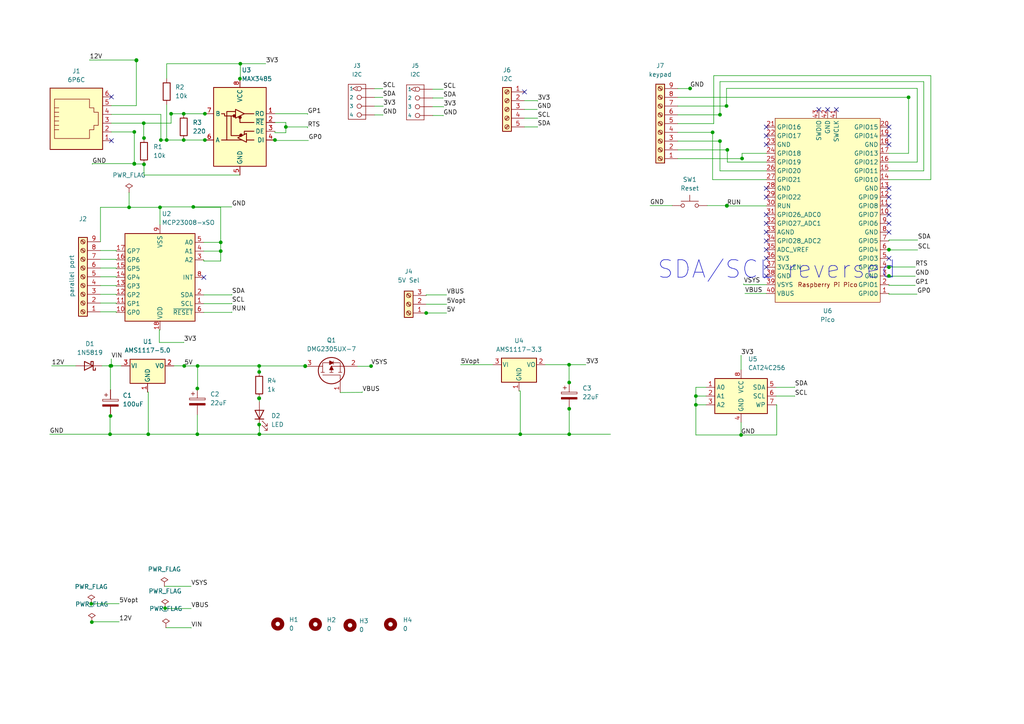
<source format=kicad_sch>
(kicad_sch (version 20211123) (generator eeschema)
  (paper "A4")
  (title_block (title "Lenz  Xpressnet Throttle") (date "2024-04-09") (rev "2.0"))
  (lib_symbols
    (symbol "Connector:6P6C" (pin_names (offset 1.016))
      (property "Reference" "J" (at -5.08 11.43 0))
      (property "Value" "6P6C" (at 2.54 11.43 0))
      (symbol "6P6C_1_1"
        (pin passive line (at 10.16 -5.08 180) (length 2.54) (name "~") (number "1"))
        (pin passive line (at 10.16 -2.54 180) (length 2.54) (name "~") (number "2"))
        (pin passive line (at 10.16 0 180) (length 2.54) (name "~") (number "3"))
        (pin passive line (at 10.16 2.54 180) (length 2.54) (name "~") (number "4"))
        (pin passive line (at 10.16 5.08 180) (length 2.54) (name "~") (number "5"))
        (pin passive line (at 10.16 7.62 180) (length 2.54) (name "~") (number "6"))
      )
    )
    (symbol "Connector:Screw_Terminal_01x03" (pin_names (offset 1.016) hide)
      (property "Reference" "J" (at 0 5.08 0))
      (property "Value" "Screw_Terminal_01x03" (at 0 -5.08 0))
      (symbol "Screw_Terminal_01x03_1_1"
        (pin passive line (at -5.08 2.54 0) (length 3.81) (name "Pin_1") (number "1"))
        (pin passive line (at -5.08 0 0) (length 3.81) (name "Pin_2") (number "2"))
        (pin passive line (at -5.08 -2.54 0) (length 3.81) (name "Pin_3") (number "3"))
      )
    )
    (symbol "Connector:Screw_Terminal_01x05" (pin_names (offset 1.016) hide)
      (property "Reference" "J" (at 0 7.62 0))
      (property "Value" "Screw_Terminal_01x05" (at 0 -7.62 0))
      (symbol "Screw_Terminal_01x05_1_1"
        (pin passive line (at -5.08 5.08 0) (length 3.81) (name "Pin_1") (number "1"))
        (pin passive line (at -5.08 2.54 0) (length 3.81) (name "Pin_2") (number "2"))
        (pin passive line (at -5.08 0 0) (length 3.81) (name "Pin_3") (number "3"))
        (pin passive line (at -5.08 -2.54 0) (length 3.81) (name "Pin_4") (number "4"))
        (pin passive line (at -5.08 -5.08 0) (length 3.81) (name "Pin_5") (number "5"))
      )
    )
    (symbol "Connector:Screw_Terminal_01x09" (pin_names (offset 1.016) hide)
      (property "Reference" "J" (at 0 12.7 0))
      (property "Value" "Screw_Terminal_01x09" (at 0 -12.7 0))
      (symbol "Screw_Terminal_01x09_1_1"
        (pin passive line (at -5.08 10.16 0) (length 3.81) (name "Pin_1") (number "1"))
        (pin passive line (at -5.08 7.62 0) (length 3.81) (name "Pin_2") (number "2"))
        (pin passive line (at -5.08 5.08 0) (length 3.81) (name "Pin_3") (number "3"))
        (pin passive line (at -5.08 2.54 0) (length 3.81) (name "Pin_4") (number "4"))
        (pin passive line (at -5.08 0 0) (length 3.81) (name "Pin_5") (number "5"))
        (pin passive line (at -5.08 -2.54 0) (length 3.81) (name "Pin_6") (number "6"))
        (pin passive line (at -5.08 -5.08 0) (length 3.81) (name "Pin_7") (number "7"))
        (pin passive line (at -5.08 -7.62 0) (length 3.81) (name "Pin_8") (number "8"))
        (pin passive line (at -5.08 -10.16 0) (length 3.81) (name "Pin_9") (number "9"))
      )
    )
    (symbol "DMG2305UX-7:DMG2305UX-7" (pin_names (offset 0.762))
      (property "Reference" "Q" (at 11.43 3.81 0))
      (property "Value" "DMG2305UX-7" (at 11.43 1.27 0))
      (symbol "DMG2305UX-7_0_0"
        (pin passive line (at 0 0 0) (length 2.54) (name "~") (number "1"))
        (pin passive line (at 7.62 -5.08 90) (length 2.54) (name "~") (number "2"))
        (pin passive line (at 7.62 10.16 270) (length 2.54) (name "~") (number "3"))
      )
    )
    (symbol "Device:C_Polarized" (pin_numbers hide) (pin_names (offset 0.254))
      (property "Reference" "C" (at 0.635 2.54 0))
      (property "Value" "C_Polarized" (at 0.635 -2.54 0))
      (symbol "C_Polarized_1_1"
        (pin passive line (at 0 3.81 270) (length 2.794) (name "~") (number "1"))
        (pin passive line (at 0 -3.81 90) (length 2.794) (name "~") (number "2"))
      )
    )
    (symbol "Device:LED" (pin_numbers hide) (pin_names (offset 1.016) hide)
      (property "Reference" "D" (at 0 2.54 0))
      (property "Value" "LED" (at 0 -2.54 0))
      (symbol "LED_1_1"
        (pin passive line (at -3.81 0 0) (length 2.54) (name "K") (number "1"))
        (pin passive line (at 3.81 0 180) (length 2.54) (name "A") (number "2"))
      )
    )
    (symbol "Device:R" (pin_numbers hide) (pin_names (offset 0))
      (property "Reference" "R" (at 2.032 0 90))
      (property "Value" "R" (at 0 0 90))
      (symbol "R_1_1"
        (pin passive line (at 0 3.81 270) (length 1.27) (name "~") (number "1"))
        (pin passive line (at 0 -3.81 90) (length 1.27) (name "~") (number "2"))
      )
    )
    (symbol "Diode:1N5819" (pin_numbers hide) (pin_names (offset 1.016) hide)
      (property "Reference" "D" (at 0 2.54 0))
      (property "Value" "1N5819" (at 0 -2.54 0))
      (symbol "1N5819_1_1"
        (pin passive line (at -3.81 0 0) (length 2.54) (name "K") (number "1"))
        (pin passive line (at 3.81 0 180) (length 2.54) (name "A") (number "2"))
      )
    )
    (symbol "Interface_Expansion:MCP23008-xSO"
      (property "Reference" "U" (at -8.89 13.97 0))
      (property "Value" "MCP23008-xSO" (at 8.89 13.97 0))
      (symbol "MCP23008-xSO_1_1"
        (pin input line (at -12.7 7.62 0) (length 2.54) (name "SCL") (number "1"))
        (pin bidirectional line (at 12.7 10.16 180) (length 2.54) (name "GP0") (number "10"))
        (pin bidirectional line (at 12.7 7.62 180) (length 2.54) (name "GP1") (number "11"))
        (pin bidirectional line (at 12.7 5.08 180) (length 2.54) (name "GP2") (number "12"))
        (pin bidirectional line (at 12.7 2.54 180) (length 2.54) (name "GP3") (number "13"))
        (pin bidirectional line (at 12.7 0 180) (length 2.54) (name "GP4") (number "14"))
        (pin bidirectional line (at 12.7 -2.54 180) (length 2.54) (name "GP5") (number "15"))
        (pin bidirectional line (at 12.7 -5.08 180) (length 2.54) (name "GP6") (number "16"))
        (pin bidirectional line (at 12.7 -7.62 180) (length 2.54) (name "GP7") (number "17"))
        (pin power_in line (at 0 15.24 270) (length 2.54) (name "VDD") (number "18"))
        (pin bidirectional line (at -12.7 5.08 0) (length 2.54) (name "SDA") (number "2"))
        (pin input line (at -12.7 -5.08 0) (length 2.54) (name "A2") (number "3"))
        (pin input line (at -12.7 -7.62 0) (length 2.54) (name "A1") (number "4"))
        (pin input line (at -12.7 -10.16 0) (length 2.54) (name "A0") (number "5"))
        (pin input line (at -12.7 10.16 0) (length 2.54) (name "~{RESET}") (number "6"))
        (pin no_connect line (at -10.16 -2.54 0) (length 2.54) hide (name "NC") (number "7"))
        (pin output line (at -12.7 0 0) (length 2.54) (name "INT") (number "8"))
        (pin power_in line (at 0 -15.24 90) (length 2.54) (name "VSS") (number "9"))
      )
    )
    (symbol "Interface_UART:MAX3485"
      (property "Reference" "U" (at -6.096 11.43 0))
      (property "Value" "MAX3485" (at 0.762 11.43 0))
      (symbol "MAX3485_1_1"
        (pin output line (at -10.16 2.54 0) (length 2.54) (name "RO") (number "1"))
        (pin input line (at -10.16 0 0) (length 2.54) (name "~{RE}") (number "2"))
        (pin input line (at -10.16 -2.54 0) (length 2.54) (name "DE") (number "3"))
        (pin input line (at -10.16 -5.08 0) (length 2.54) (name "DI") (number "4"))
        (pin power_in line (at 0 -15.24 90) (length 2.54) (name "GND") (number "5"))
        (pin bidirectional line (at 10.16 -5.08 180) (length 2.54) (name "A") (number "6"))
        (pin bidirectional line (at 10.16 2.54 180) (length 2.54) (name "B") (number "7"))
        (pin power_in line (at 0 12.7 270) (length 2.54) (name "VCC") (number "8"))
      )
    )
    (symbol "MCU_RaspberryPi_and_Boards:Pico"
      (property "Reference" "U" (at -13.97 27.94 0))
      (property "Value" "Pico" (at 0 19.05 0))
      (symbol "Pico_0_0"
        (text "Raspberry Pi Pico" (at 0 21.59 0) (effects (font (size 1.27 1.27))))
      )
      (symbol "Pico_1_1"
        (pin bidirectional line (at -17.78 24.13 0) (length 2.54) (name "GPIO0") (number "1"))
        (pin bidirectional line (at -17.78 1.27 0) (length 2.54) (name "GPIO7") (number "10"))
        (pin bidirectional line (at -17.78 -1.27 0) (length 2.54) (name "GPIO8") (number "11"))
        (pin bidirectional line (at -17.78 -3.81 0) (length 2.54) (name "GPIO9") (number "12"))
        (pin power_in line (at -17.78 -6.35 0) (length 2.54) (name "GND") (number "13"))
        (pin bidirectional line (at -17.78 -8.89 0) (length 2.54) (name "GPIO10") (number "14"))
        (pin bidirectional line (at -17.78 -11.43 0) (length 2.54) (name "GPIO11") (number "15"))
        (pin bidirectional line (at -17.78 -13.97 0) (length 2.54) (name "GPIO12") (number "16"))
        (pin bidirectional line (at -17.78 -16.51 0) (length 2.54) (name "GPIO13") (number "17"))
        (pin power_in line (at -17.78 -19.05 0) (length 2.54) (name "GND") (number "18"))
        (pin bidirectional line (at -17.78 -21.59 0) (length 2.54) (name "GPIO14") (number "19"))
        (pin bidirectional line (at -17.78 21.59 0) (length 2.54) (name "GPIO1") (number "2"))
        (pin bidirectional line (at -17.78 -24.13 0) (length 2.54) (name "GPIO15") (number "20"))
        (pin bidirectional line (at 17.78 -24.13 180) (length 2.54) (name "GPIO16") (number "21"))
        (pin bidirectional line (at 17.78 -21.59 180) (length 2.54) (name "GPIO17") (number "22"))
        (pin power_in line (at 17.78 -19.05 180) (length 2.54) (name "GND") (number "23"))
        (pin bidirectional line (at 17.78 -16.51 180) (length 2.54) (name "GPIO18") (number "24"))
        (pin bidirectional line (at 17.78 -13.97 180) (length 2.54) (name "GPIO19") (number "25"))
        (pin bidirectional line (at 17.78 -11.43 180) (length 2.54) (name "GPIO20") (number "26"))
        (pin bidirectional line (at 17.78 -8.89 180) (length 2.54) (name "GPIO21") (number "27"))
        (pin power_in line (at 17.78 -6.35 180) (length 2.54) (name "GND") (number "28"))
        (pin bidirectional line (at 17.78 -3.81 180) (length 2.54) (name "GPIO22") (number "29"))
        (pin power_in line (at -17.78 19.05 0) (length 2.54) (name "GND") (number "3"))
        (pin input line (at 17.78 -1.27 180) (length 2.54) (name "RUN") (number "30"))
        (pin bidirectional line (at 17.78 1.27 180) (length 2.54) (name "GPIO26_ADC0") (number "31"))
        (pin bidirectional line (at 17.78 3.81 180) (length 2.54) (name "GPIO27_ADC1") (number "32"))
        (pin power_in line (at 17.78 6.35 180) (length 2.54) (name "AGND") (number "33"))
        (pin bidirectional line (at 17.78 8.89 180) (length 2.54) (name "GPIO28_ADC2") (number "34"))
        (pin power_in line (at 17.78 11.43 180) (length 2.54) (name "ADC_VREF") (number "35"))
        (pin power_in line (at 17.78 13.97 180) (length 2.54) (name "3V3") (number "36"))
        (pin input line (at 17.78 16.51 180) (length 2.54) (name "3V3_EN") (number "37"))
        (pin bidirectional line (at 17.78 19.05 180) (length 2.54) (name "GND") (number "38"))
        (pin power_in line (at 17.78 21.59 180) (length 2.54) (name "VSYS") (number "39"))
        (pin bidirectional line (at -17.78 16.51 0) (length 2.54) (name "GPIO2") (number "4"))
        (pin power_in line (at 17.78 24.13 180) (length 2.54) (name "VBUS") (number "40"))
        (pin input line (at -2.54 -29.21 90) (length 2.54) (name "SWCLK") (number "41"))
        (pin power_in line (at 0 -29.21 90) (length 2.54) (name "GND") (number "42"))
        (pin bidirectional line (at 2.54 -29.21 90) (length 2.54) (name "SWDIO") (number "43"))
        (pin bidirectional line (at -17.78 13.97 0) (length 2.54) (name "GPIO3") (number "5"))
        (pin bidirectional line (at -17.78 11.43 0) (length 2.54) (name "GPIO4") (number "6"))
        (pin bidirectional line (at -17.78 8.89 0) (length 2.54) (name "GPIO5") (number "7"))
        (pin power_in line (at -17.78 6.35 0) (length 2.54) (name "GND") (number "8"))
        (pin bidirectional line (at -17.78 3.81 0) (length 2.54) (name "GPIO6") (number "9"))
      )
    )
    (symbol "Mechanical:MountingHole" (pin_names (offset 1.016))
      (property "Reference" "H" (at 0 5.08 0))
      (property "Value" "MountingHole" (at 0 3.175 0))
    )
    (symbol "Memory_EEPROM:CAT24C256"
      (property "Reference" "U" (at -6.35 6.35 0))
      (property "Value" "CAT24C256" (at 1.27 6.35 0))
      (symbol "CAT24C256_1_1"
        (pin input line (at -10.16 2.54 0) (length 2.54) (name "A0") (number "1"))
        (pin input line (at -10.16 0 0) (length 2.54) (name "A1") (number "2"))
        (pin input line (at -10.16 -2.54 0) (length 2.54) (name "A2") (number "3"))
        (pin power_in line (at 0 -7.62 90) (length 2.54) (name "GND") (number "4"))
        (pin bidirectional line (at 10.16 2.54 180) (length 2.54) (name "SDA") (number "5"))
        (pin input line (at 10.16 0 180) (length 2.54) (name "SCL") (number "6"))
        (pin input line (at 10.16 -2.54 180) (length 2.54) (name "WP") (number "7"))
        (pin power_in line (at 0 7.62 270) (length 2.54) (name "VCC") (number "8"))
      )
    )
    (symbol "OPL_Connector:GROVE-CONNECTOR-DIP_4P-2.0_" (pin_numbers hide) (pin_names (offset 1.016))
      (property "Reference" "J" (at -6.35 6.35 0))
      (property "Value" "GROVE-CONNECTOR-DIP_4P-2.0_" (at 0 6.35 0))
      (symbol "GROVE-CONNECTOR-DIP_4P-2.0__1_1"
        (pin bidirectional inverted_clock (at -3.81 3.81 0) (length 5.08) (name "1") (number "1"))
        (pin bidirectional inverted (at -3.81 1.27 0) (length 5.08) (name "2") (number "2"))
        (pin bidirectional inverted (at -3.81 -1.27 0) (length 5.08) (name "3") (number "3"))
        (pin bidirectional inverted (at -3.81 -3.81 0) (length 5.08) (name "4") (number "4"))
      )
    )
    (symbol "Regulator_Linear:AMS1117-3.3" (pin_names (offset 0.254))
      (property "Reference" "U" (at -3.81 3.175 0))
      (property "Value" "AMS1117-3.3" (at 0 3.175 0))
      (symbol "AMS1117-3.3_1_1"
        (pin power_in line (at 0 -7.62 90) (length 2.54) (name "GND") (number "1"))
        (pin power_out line (at 7.62 0 180) (length 2.54) (name "VO") (number "2"))
        (pin power_in line (at -7.62 0 0) (length 2.54) (name "VI") (number "3"))
      )
    )
    (symbol "Regulator_Linear:AMS1117-5.0" (pin_names (offset 0.254))
      (property "Reference" "U" (at -3.81 3.175 0))
      (property "Value" "AMS1117-5.0" (at 0 3.175 0))
      (symbol "AMS1117-5.0_1_1"
        (pin power_in line (at 0 -7.62 90) (length 2.54) (name "GND") (number "1"))
        (pin power_out line (at 7.62 0 180) (length 2.54) (name "VO") (number "2"))
        (pin power_in line (at -7.62 0 0) (length 2.54) (name "VI") (number "3"))
      )
    )
    (symbol "Switch:SW_Push" (pin_numbers hide) (pin_names (offset 1.016) hide)
      (property "Reference" "SW" (at 1.27 2.54 0))
      (property "Value" "SW_Push" (at 0 -1.524 0))
      (symbol "SW_Push_0_1"
        (pin passive line (at -5.08 0 0) (length 2.54) (name "1") (number "1"))
        (pin passive line (at 5.08 0 180) (length 2.54) (name "2") (number "2"))
      )
    )
    (symbol "power:PWR_FLAG" (power) (pin_numbers hide) (pin_names (offset 0) hide)
      (property "Value" "PWR_FLAG" (at 0 3.81 0))
      (symbol "PWR_FLAG_0_0"
        (pin power_out line (at 0 0 90) (length 0) (name "pwr") (number "1"))
      )
    )
  )
  (junction (at 210.7189 30.7381))
  (junction (at 123.6135 90.782))
  (junction (at 82.9106 36.8207))
  (junction (at 165.0561 105.7795))
  (junction (at 88.5138 106.2292))
  (junction (at 38.9521 47.5552))
  (junction (at 165.0932 110.9428))
  (junction (at 69.706 18.481))
  (junction (at 75.2236 125.948))
  (junction (at 263.5181 28.2271))
  (junction (at 79.7461 40.6075))
  (junction (at 257.8281 77.4973))
  (junction (at 107.6224 106.1824))
  (junction (at 48.3481 40.617))
  (junction (at 53.4353 106.139))
  (junction (at 32.0449 120.6533))
  (junction (at 150.9022 125.948))
  (junction (at 208.8197 40.9271))
  (junction (at 53.2877 40.617))
  (junction (at 32.0213 106.1064))
  (junction (at 57.2363 125.948))
  (junction (at 257.8281 80.0373))
  (junction (at 46.4082 60.1369))
  (junction (at 39.5667 17.4146))
  (junction (at 47.8864 176.4032))
  (junction (at 200.1591 25.6581))
  (junction (at 210.8216 59.6272))
  (junction (at 210.9555 43.4671))
  (junction (at 37.4416 60.1369))
  (junction (at 31.9198 125.948))
  (junction (at 64.0163 72.8339))
  (junction (at 214.9438 126.1546))
  (junction (at 165.0932 118.5628))
  (junction (at 57.3129 106.139))
  (junction (at 75.1754 107.8827))
  (junction (at 69.5861 22.8275))
  (junction (at 206.6838 38.3871))
  (junction (at 59.4261 32.9875))
  (junction (at 46.66 40.617))
  (junction (at 38.9521 38.2651))
  (junction (at 53.2877 32.997))
  (junction (at 56.0588 60.009))
  (junction (at 208.8276 33.2781))
  (junction (at 215.2272 45.9781))
  (junction (at 59.4261 40.617))
  (junction (at 26.473 175.1236))
  (junction (at 201.8307 114.8779))
  (junction (at 165.0949 125.948))
  (junction (at 75.1754 115.5027))
  (junction (at 75.1507 115.5169))
  (junction (at 26.639 180.4353))
  (junction (at 57.2363 112.6785))
  (junction (at 257.8281 72.4173))
  (junction (at 75.1679 106.139))
  (junction (at 88.5138 106.139))
  (junction (at 41.687 35.7251))
  (junction (at 41.762 40.0405))
  (junction (at 32.2766 106.1064))
  (junction (at 41.762 47.6605))
  (junction (at 49.6246 32.997))
  (junction (at 64.0163 70.2939))
  (junction (at 38.9521 47.4486))
  (junction (at 43.0027 125.948))
  (junction (at 201.8307 117.4179))
  (junction (at 75.1542 123.1369))
  (junction (at 75.1542 115.5169))
  (junction (at 210.8216 59.7173))
  (junction (at 39.5667 17.5424))
  (no_connect (at 237.5081 31.7773))
  (no_connect (at 222.2681 72.4173))
  (no_connect (at 222.2681 62.2573))
  (no_connect (at 222.2681 54.6373))
  (no_connect (at 222.2681 80.0373))
  (no_connect (at 32.3128 40.8051))
  (no_connect (at 257.8281 67.3373))
  (no_connect (at 222.2681 77.4973))
  (no_connect (at 222.2681 41.9373))
  (no_connect (at 257.8281 57.1773))
  (no_connect (at 222.2681 39.3973))
  (no_connect (at 222.2681 74.9573))
  (no_connect (at 257.8281 59.7173))
  (no_connect (at 222.2681 67.3373))
  (no_connect (at 257.8281 41.9373))
  (no_connect (at 257.8281 39.3973))
  (no_connect (at 222.2681 69.8773))
  (no_connect (at 59.1082 80.4539))
  (no_connect (at 257.8281 64.7973))
  (no_connect (at 222.2681 64.7973))
  (no_connect (at 32.3128 28.1051))
  (no_connect (at 242.5881 31.7773))
  (no_connect (at 257.8281 62.2573))
  (no_connect (at 257.8281 74.9573))
  (no_connect (at 152.1247 26.657))
  (no_connect (at 240.0481 31.7773))
  (no_connect (at 257.8281 36.8573))
  (no_connect (at 257.8281 54.6373))
  (no_connect (at 222.2681 36.8573))
  (no_connect (at 222.2681 57.1773))
  (wire (pts (xy 206.6838 52.0973) (xy 222.2681 52.0973)))
  (wire (pts (xy 49.6246 32.9582) (xy 49.6246 32.997)))
  (wire (pts (xy 33.7082 85.3646) (xy 33.7082 85.5339)))
  (wire (pts (xy 64.0163 60.1369) (xy 56.0588 60.1369)))
  (wire (pts (xy 105.0754 113.8024) (xy 105.0754 113.6306)))
  (wire (pts (xy 257.8281 77.4426) (xy 257.8281 77.4973)))
  (wire (pts (xy 79.7461 40.7463) (xy 79.7461 40.6075)))
  (wire (pts (xy 39.545 17.5424) (xy 39.5667 17.5424)))
  (wire (pts (xy 110.9975 28.2533) (xy 110.9975 28.2071)))
  (wire (pts (xy 88.5138 106.139) (xy 88.5138 106.2292)))
  (wire (pts (xy 89.4663 40.7463) (xy 79.7461 40.7463)))
  (wire (pts (xy 29.1396 77.7446) (xy 33.7082 77.7446)))
  (wire (pts (xy 208.8197 40.9271) (xy 208.8197 49.5573)))
  (wire (pts (xy 210.7189 30.7381) (xy 210.7189 25.6418)))
  (wire (pts (xy 59.4261 40.6075) (xy 59.4261 40.617)))
  (wire (pts (xy 225.2873 117.4179) (xy 225.1038 117.4179)))
  (wire (pts (xy 29.1396 60.1369) (xy 37.4416 60.1369)))
  (wire (pts (xy 75.1679 107.8827) (xy 75.1754 107.8827)))
  (wire (pts (xy 165.0949 125.948) (xy 177.074 125.948)))
  (wire (pts (xy 55.4536 182.0554) (xy 55.4536 182.1481)))
  (wire (pts (xy 208.8197 40.8981) (xy 208.8197 40.9271)))
  (wire (pts (xy 41.762 47.5552) (xy 41.762 47.6605)))
  (wire (pts (xy 32.3128 30.6451) (xy 39.545 30.6451)))
  (wire (pts (xy 59.4261 40.617) (xy 59.4261 40.6661)))
  (wire (pts (xy 257.8281 85.3081) (xy 257.8281 85.1173)))
  (wire (pts (xy 230.5085 112.3379) (xy 230.5085 112.2001)))
  (wire (pts (xy 201.8307 112.3379) (xy 201.8307 114.8779)))
  (wire (pts (xy 32.0213 106.1064) (xy 32.2766 106.1064)))
  (wire (pts (xy 25.9824 17.4146) (xy 25.9824 17.371)))
  (wire (pts (xy 152.1247 36.817) (xy 155.9024 36.817)))
  (wire (pts (xy 29.1396 75.2046) (xy 33.7082 75.2046)))
  (wire (pts (xy 32.3128 38.2651) (xy 38.9521 38.2651)))
  (wire (pts (xy 57.3129 106.139) (xy 75.1679 106.139)))
  (wire (pts (xy 43.0027 125.948) (xy 43.0027 113.7264)))
  (wire (pts (xy 48.3481 22.752) (xy 48.3481 18.481)))
  (wire (pts (xy 34.5567 175.0971) (xy 26.473 175.0971)))
  (wire (pts (xy 266.0399 25.6418) (xy 266.0399 47.0173)))
  (wire (pts (xy 265.9926 85.3081) (xy 257.8281 85.3081)))
  (wire (pts (xy 196.5759 38.3871) (xy 206.6838 38.3871)))
  (wire (pts (xy 41.762 47.6605) (xy 41.762 50.7675)))
  (wire (pts (xy 196.5759 40.9271) (xy 208.8197 40.9271)))
  (wire (pts (xy 269.9801 21.938) (xy 269.9801 52.0973)))
  (wire (pts (xy 53.4353 106.139) (xy 57.3129 106.139)))
  (wire (pts (xy 75.2236 125.948) (xy 150.9022 125.948)))
  (wire (pts (xy 57.2363 120.2985) (xy 57.2363 125.948)))
  (wire (pts (xy 165.0561 105.7795) (xy 165.0561 110.9428)))
  (wire (pts (xy 210.7189 25.6418) (xy 266.0399 25.6418)))
  (wire (pts (xy 75.1679 106.139) (xy 75.1679 107.8827)))
  (wire (pts (xy 267.9312 23.6717) (xy 267.9312 49.5573)))
  (wire (pts (xy 215.2272 46.0071) (xy 215.2272 45.9781)))
  (wire (pts (xy 165.0949 118.5628) (xy 165.0932 118.5628)))
  (wire (pts (xy 196.5759 46.0071) (xy 215.2272 46.0071)))
  (wire (pts (xy 67.2462 85.5339) (xy 67.2462 85.3686)))
  (wire (pts (xy 43.0027 125.948) (xy 57.2363 125.948)))
  (wire (pts (xy 208.8276 33.2781) (xy 208.8276 23.6717)))
  (wire (pts (xy 201.8307 117.4179) (xy 204.7838 117.4179)))
  (wire (pts (xy 46.4082 60.1369) (xy 46.4082 65.2139)))
  (wire (pts (xy 41.687 35.7251) (xy 41.687 40.0405)))
  (wire (pts (xy 67.2462 90.6139) (xy 67.2462 90.4798)))
  (wire (pts (xy 64.0163 70.2939) (xy 64.0163 60.1369)))
  (wire (pts (xy 215.2272 44.4773) (xy 222.2681 44.4773)))
  (wire (pts (xy 56.0588 60.009) (xy 67.2462 60.009)))
  (wire (pts (xy 75.1679 106.139) (xy 88.5138 106.139)))
  (wire (pts (xy 196.5759 43.4671) (xy 210.9555 43.4671)))
  (wire (pts (xy 46.66 33.1851) (xy 46.66 40.617)))
  (wire (pts (xy 55.4536 176.5021) (xy 47.8864 176.5021)))
  (wire (pts (xy 29.1396 87.9046) (xy 33.7082 87.9046)))
  (wire (pts (xy 225.1038 112.3379) (xy 230.5085 112.3379)))
  (wire (pts (xy 208.8276 33.3071) (xy 208.8276 33.2781)))
  (wire (pts (xy 29.1396 85.3646) (xy 33.7082 85.3646)))
  (wire (pts (xy 33.7082 90.4446) (xy 33.7082 90.6139)))
  (wire (pts (xy 38.9521 47.5552) (xy 41.762 47.5552)))
  (wire (pts (xy 82.9106 36.8207) (xy 89.2218 36.8207)))
  (wire (pts (xy 110.9975 25.7133) (xy 110.9975 25.6828)))
  (wire (pts (xy 59.1082 88.0739) (xy 67.2462 88.0739)))
  (wire (pts (xy 103.7538 106.2292) (xy 107.6224 106.2292)))
  (wire (pts (xy 150.9022 113.3995) (xy 150.5338 113.3995)))
  (wire (pts (xy 57.3129 106.139) (xy 57.3129 112.6785)))
  (wire (pts (xy 37.4416 60.1369) (xy 46.4082 60.1369)))
  (wire (pts (xy 257.8281 82.7571) (xy 257.8281 82.5773)))
  (wire (pts (xy 14.4151 125.948) (xy 31.9198 125.948)))
  (wire (pts (xy 49.6246 32.997) (xy 49.6246 35.7251)))
  (wire (pts (xy 29.1396 80.2846) (xy 33.7082 80.2846)))
  (wire (pts (xy 216.055 85.1173) (xy 222.2681 85.1173)))
  (wire (pts (xy 123.6135 90.7816) (xy 123.6135 90.782)))
  (wire (pts (xy 33.7082 82.8246) (xy 33.7082 82.9939)))
  (wire (pts (xy 129.5384 90.7816) (xy 123.6135 90.7816)))
  (wire (pts (xy 38.9521 38.2651) (xy 38.9521 47.4486)))
  (wire (pts (xy 267.9312 49.5573) (xy 257.8281 49.5573)))
  (wire (pts (xy 38.9521 47.4486) (xy 26.7688 47.4486)))
  (wire (pts (xy 75.1754 115.5027) (xy 75.1507 115.5169)))
  (wire (pts (xy 201.8307 112.3379) (xy 204.7838 112.3379)))
  (wire (pts (xy 75.1507 115.5169) (xy 75.1542 115.5169)))
  (wire (pts (xy 196.5759 33.3071) (xy 208.8276 33.3071)))
  (wire (pts (xy 111.0548 33.3333) (xy 111.0548 33.3705)))
  (wire (pts (xy 29.1396 70.1246) (xy 29.1396 60.1369)))
  (wire (pts (xy 29.1396 90.4446) (xy 33.7082 90.4446)))
  (wire (pts (xy 128.6478 30.9606) (xy 128.6478 31.0099)))
  (wire (pts (xy 210.8216 59.7173) (xy 222.2681 59.7173)))
  (wire (pts (xy 200.1591 25.6581) (xy 200.1591 25.5517)))
  (wire (pts (xy 26.473 175.0971) (xy 26.473 175.1236)))
  (wire (pts (xy 33.7082 72.6646) (xy 33.7082 72.8339)))
  (wire (pts (xy 215.2272 45.9781) (xy 215.2272 44.4773)))
  (wire (pts (xy 210.9555 47.0173) (xy 222.2681 47.0173)))
  (wire (pts (xy 201.8307 114.8779) (xy 201.8307 117.4179)))
  (wire (pts (xy 31.9198 125.948) (xy 31.9198 120.6533)))
  (wire (pts (xy 59.1082 90.6139) (xy 67.2462 90.6139)))
  (wire (pts (xy 230.5085 114.8779) (xy 230.5085 114.9378)))
  (wire (pts (xy 48.3481 30.372) (xy 48.3481 40.617)))
  (wire (pts (xy 41.687 35.7251) (xy 49.6246 35.7251)))
  (wire (pts (xy 201.8307 117.4179) (xy 201.8307 126.1546)))
  (wire (pts (xy 48.1207 182.0554) (xy 55.4536 182.0554)))
  (wire (pts (xy 82.9106 38.5037) (xy 79.7461 38.5037)))
  (wire (pts (xy 88.5138 106.1064) (xy 88.5138 106.139)))
  (wire (pts (xy 129.5384 85.533) (xy 123.6135 85.533)))
  (wire (pts (xy 26.639 180.3457) (xy 26.639 180.4353)))
  (wire (pts (xy 57.3129 112.6785) (xy 57.2363 112.6785)))
  (wire (pts (xy 214.9438 126.1546) (xy 225.2873 126.1546)))
  (wire (pts (xy 128.5793 33.5006) (xy 128.5793 33.5916)))
  (wire (pts (xy 59.1082 70.2939) (xy 64.0163 70.2939)))
  (wire (pts (xy 155.9024 34.277) (xy 155.9024 34.3086)))
  (wire (pts (xy 133.603 105.7795) (xy 142.9138 105.7795)))
  (wire (pts (xy 39.5667 17.4146) (xy 39.5667 17.5424)))
  (wire (pts (xy 46.4082 60.009) (xy 56.0588 60.009)))
  (wire (pts (xy 210.8216 59.6272) (xy 210.8216 59.7173)))
  (wire (pts (xy 150.9022 125.948) (xy 165.0949 125.948)))
  (wire (pts (xy 125.5331 30.9606) (xy 128.6478 30.9606)))
  (wire (pts (xy 59.4261 32.9582) (xy 59.4261 32.9875)))
  (wire (pts (xy 39.5667 17.5424) (xy 39.7426 17.5424)))
  (wire (pts (xy 207.0151 35.8471) (xy 196.5759 35.8471)))
  (wire (pts (xy 123.6135 85.533) (xy 123.6135 85.702)))
  (wire (pts (xy 53.4353 106.1064) (xy 53.4353 106.139)))
  (wire (pts (xy 108.6296 30.7933) (xy 111.1233 30.7933)))
  (wire (pts (xy 33.7082 80.2846) (xy 33.7082 80.4539)))
  (wire (pts (xy 59.4261 32.9875) (xy 59.4261 32.997)))
  (wire (pts (xy 225.2873 126.1546) (xy 225.2873 117.4179)))
  (wire (pts (xy 57.2363 125.948) (xy 75.2236 125.948)))
  (wire (pts (xy 46.2116 99.3261) (xy 46.2116 95.6939)))
  (wire (pts (xy 150.9022 125.948) (xy 150.9022 113.3995)))
  (wire (pts (xy 128.522 25.8806) (xy 128.522 25.9039)))
  (wire (pts (xy 152.1247 29.197) (xy 155.9024 29.197)))
  (wire (pts (xy 79.7461 35.5275) (xy 82.9106 35.5275)))
  (wire (pts (xy 33.7082 75.2046) (xy 33.7082 75.3739)))
  (wire (pts (xy 46.2116 99.3261) (xy 53.3155 99.3261)))
  (wire (pts (xy 64.0163 72.8339) (xy 59.1082 72.8339)))
  (wire (pts (xy 43.0027 113.7264) (xy 42.8036 113.7264)))
  (wire (pts (xy 208.8197 49.5573) (xy 222.2681 49.5573)))
  (wire (pts (xy 125.5331 33.5006) (xy 128.5793 33.5006)))
  (wire (pts (xy 53.3155 99.3261) (xy 53.3155 99.2537)))
  (wire (pts (xy 59.4261 32.997) (xy 53.2877 32.997)))
  (wire (pts (xy 266.1702 69.6182) (xy 257.8281 69.6182)))
  (wire (pts (xy 38.9521 47.5552) (xy 38.9521 47.5835)))
  (wire (pts (xy 79.7461 32.9875) (xy 89.2218 32.9875)))
  (wire (pts (xy 257.8281 69.6182) (xy 257.8281 69.8773)))
  (wire (pts (xy 210.9555 43.4671) (xy 210.9555 47.0173)))
  (wire (pts (xy 210.9555 43.4381) (xy 210.9555 43.4671)))
  (wire (pts (xy 59.1082 75.7132) (xy 59.1082 75.3739)))
  (wire (pts (xy 69.706 22.8275) (xy 69.5861 22.8275)))
  (wire (pts (xy 89.2218 36.8207) (xy 89.2218 37.1012)))
  (wire (pts (xy 75.2308 116.4651) (xy 75.1542 115.5169)))
  (wire (pts (xy 38.9521 38.2651) (xy 39.1497 38.2651)))
  (wire (pts (xy 155.9024 29.197) (xy 155.9024 29.3368)))
  (wire (pts (xy 39.545 30.6451) (xy 39.545 17.5424)))
  (wire (pts (xy 155.9024 36.817) (xy 155.9024 36.7658)))
  (wire (pts (xy 263.5181 28.2271) (xy 263.5181 44.4773)))
  (wire (pts (xy 31.9198 120.6533) (xy 32.0449 120.6533)))
  (wire (pts (xy 32.0213 106.1064) (xy 32.0449 113.0333)))
  (wire (pts (xy 29.1396 72.6646) (xy 33.7082 72.6646)))
  (wire (pts (xy 123.6135 88.242) (xy 129.5384 88.242)))
  (wire (pts (xy 196.5759 25.6871) (xy 200.1591 25.6871)))
  (wire (pts (xy 50.4236 106.1064) (xy 53.4353 106.1064)))
  (wire (pts (xy 49.6246 32.997) (xy 53.2877 32.997)))
  (wire (pts (xy 165.0561 110.9428) (xy 165.0932 110.9428)))
  (wire (pts (xy 265.4611 80.0999) (xy 257.8281 80.0999)))
  (wire (pts (xy 79.7461 38.5037) (xy 79.7461 38.0675)))
  (wire (pts (xy 125.5331 28.4206) (xy 128.522 28.4206)))
  (wire (pts (xy 210.7189 30.7671) (xy 210.7189 30.7381)))
  (wire (pts (xy 47.688 170.0547) (xy 55.4252 170.0547)))
  (wire (pts (xy 64.0163 75.7132) (xy 59.1082 75.7132)))
  (wire (pts (xy 263.5181 44.4773) (xy 257.8281 44.4773)))
  (wire (pts (xy 215.7164 82.5773) (xy 215.7164 82.3163)))
  (wire (pts (xy 214.9438 107.2579) (xy 214.9438 103.1095)))
  (wire (pts (xy 205.1379 59.6272) (xy 210.8216 59.6272)))
  (wire (pts (xy 34.5567 180.3457) (xy 26.639 180.3457)))
  (wire (pts (xy 14.9782 106.1064) (xy 21.9505 106.1064)))
  (wire (pts (xy 165.0949 125.948) (xy 165.0949 118.5628)))
  (wire (pts (xy 107.6224 106.2292) (xy 107.6224 106.1824)))
  (wire (pts (xy 32.2766 104.113) (xy 32.2766 106.1064)))
  (wire (pts (xy 69.706 18.481) (xy 77.0796 18.481)))
  (wire (pts (xy 128.522 28.4206) (xy 128.522 28.4282)))
  (wire (pts (xy 25.9824 17.4146) (xy 39.5667 17.4146)))
  (wire (pts (xy 257.8281 80.0999) (xy 257.8281 80.0373)))
  (wire (pts (xy 107.6224 106.1824) (xy 107.6224 106.0449)))
  (wire (pts (xy 69.706 18.481) (xy 69.706 22.8275)))
  (wire (pts (xy 41.762 50.7675) (xy 69.5861 50.7675)))
  (wire (pts (xy 53.2877 40.617) (xy 59.4261 40.617)))
  (wire (pts (xy 196.5759 30.7671) (xy 210.7189 30.7671)))
  (wire (pts (xy 108.6296 25.7133) (xy 110.9975 25.7133)))
  (wire (pts (xy 108.6296 28.2533) (xy 110.9975 28.2533)))
  (wire (pts (xy 125.5331 25.8806) (xy 128.522 25.8806)))
  (wire (pts (xy 98.6738 113.8492) (xy 105.0754 113.8024)))
  (wire (pts (xy 32.3128 35.7251) (xy 41.687 35.7251)))
  (wire (pts (xy 207.0151 21.938) (xy 207.0151 35.8471)))
  (wire (pts (xy 265.4611 77.4426) (xy 257.8281 77.4426)))
  (wire (pts (xy 200.1591 25.6871) (xy 200.1591 25.6581)))
  (wire (pts (xy 33.7082 77.7446) (xy 33.7082 77.9139)))
  (wire (pts (xy 222.2681 82.5773) (xy 215.7164 82.5773)))
  (wire (pts (xy 269.9801 52.0973) (xy 257.8281 52.0973)))
  (wire (pts (xy 89.2218 32.9875) (xy 89.2218 33.1743)))
  (wire (pts (xy 64.0163 70.2939) (xy 64.1856 70.2939)))
  (wire (pts (xy 82.9106 36.8207) (xy 82.9106 38.5037)))
  (wire (pts (xy 263.5181 28.1981) (xy 263.5181 28.2271)))
  (wire (pts (xy 152.1247 31.737) (xy 155.8452 31.737)))
  (wire (pts (xy 67.2462 88.0739) (xy 67.2462 87.9242)))
  (wire (pts (xy 257.8281 72.4964) (xy 257.8281 72.4173)))
  (wire (pts (xy 38.9521 47.4486) (xy 38.9521 47.5552)))
  (wire (pts (xy 59.1082 85.5339) (xy 67.2462 85.5339)))
  (wire (pts (xy 208.8276 23.6717) (xy 267.9312 23.6717)))
  (wire (pts (xy 165.0561 105.7795) (xy 169.9212 105.7795)))
  (wire (pts (xy 206.6838 38.3581) (xy 206.6838 38.3871)))
  (wire (pts (xy 56.0588 60.1369) (xy 56.0588 60.009)))
  (wire (pts (xy 75.2236 125.948) (xy 75.2236 123.1369)))
  (wire (pts (xy 225.1038 114.8779) (xy 230.5085 114.8779)))
  (wire (pts (xy 152.1247 34.277) (xy 155.9024 34.277)))
  (wire (pts (xy 214.9438 103.1095) (xy 214.9307 103.1095)))
  (wire (pts (xy 37.4416 55.8377) (xy 37.4416 60.1369)))
  (wire (pts (xy 32.3128 33.1851) (xy 46.66 33.1851)))
  (wire (pts (xy 29.5705 106.1064) (xy 32.0213 106.1064)))
  (wire (pts (xy 64.0163 72.8339) (xy 64.0163 75.7132)))
  (wire (pts (xy 48.3481 18.481) (xy 69.706 18.481)))
  (wire (pts (xy 75.2236 123.1369) (xy 75.1542 123.1369)))
  (wire (pts (xy 31.9198 125.948) (xy 43.0027 125.948)))
  (wire (pts (xy 266.1702 72.4964) (xy 257.8281 72.4964)))
  (wire (pts (xy 206.6838 38.3871) (xy 206.6838 52.0973)))
  (wire (pts (xy 46.66 40.617) (xy 48.3481 40.617)))
  (wire (pts (xy 266.0399 47.0173) (xy 257.8281 47.0173)))
  (wire (pts (xy 75.2308 124.0851) (xy 75.1542 123.1369)))
  (wire (pts (xy 108.6296 33.3333) (xy 111.0548 33.3333)))
  (wire (pts (xy 32.2766 106.1064) (xy 35.1836 106.1064)))
  (wire (pts (xy 196.5759 28.2271) (xy 263.5181 28.2271)))
  (wire (pts (xy 82.9106 35.5275) (xy 82.9106 36.8207)))
  (wire (pts (xy 33.7082 87.9046) (xy 33.7082 88.0739)))
  (wire (pts (xy 46.4082 60.009) (xy 46.4082 60.1369)))
  (wire (pts (xy 48.3481 40.617) (xy 53.2877 40.617)))
  (wire (pts (xy 26.7688 47.4486) (xy 26.7688 47.6452)))
  (wire (pts (xy 265.4611 82.7571) (xy 257.8281 82.7571)))
  (wire (pts (xy 201.8307 126.1546) (xy 214.9438 126.1546)))
  (wire (pts (xy 158.1538 105.7795) (xy 165.0561 105.7795)))
  (wire (pts (xy 46.66 40.617) (xy 46.66 40.6661)))
  (wire (pts (xy 29.1396 82.8246) (xy 33.7082 82.8246)))
  (wire (pts (xy 214.9438 122.4979) (xy 214.9438 126.1546)))
  (wire (pts (xy 188.5329 59.6272) (xy 194.9779 59.6272)))
  (wire (pts (xy 47.8864 176.5021) (xy 47.8864 176.4032)))
  (wire (pts (xy 111.1233 30.7933) (xy 111.1233 30.7888)))
  (wire (pts (xy 201.8307 114.8779) (xy 204.7838 114.8779)))
  (wire (pts (xy 46.2116 95.6939) (xy 46.4082 95.6939)))
  (wire (pts (xy 207.0151 21.938) (xy 269.9801 21.938)))
  (wire (pts (xy 64.0163 70.2939) (xy 64.0163 72.8339)))
  (wire (pts (xy 41.687 40.0405) (xy 41.762 40.0405)))
  (text "SDA/SCL reversed\n" (at 190.5 81.28 0) (effects (font (size 5.08 5.08)) (justify left bottom)))
  (label "SDA" (at 266.1702 69.6182 0))
  (label "VIN" (at 32.2766 104.113 0))
  (label "12V" (at 34.5567 180.3457 0))
  (label "GND" (at 200.1591 25.5517 0))
  (label "SCL" (at 266.1702 72.4964 0))
  (label "VBUS" (at 105.0754 113.8024 0))
  (label "SCL" (at 155.9024 34.3086 0))
  (label "5Vopt" (at 133.603 105.7795 0))
  (label "5V" (at 53.4353 106.139 0))
  (label "SCL" (at 67.2462 87.9242 0))
  (label "SCL" (at 128.522 25.9039 0))
  (label "RTS" (at 89.2218 37.1012 0))
  (label "3V3" (at 53.3155 99.2537 0))
  (label "SCL" (at 230.5085 114.9378 0))
  (label "GND" (at 14.4151 125.948 0))
  (label "GP0" (at 265.9926 85.3081 0))
  (label "SDA" (at 155.9024 36.7658 0))
  (label "5V" (at 129.5384 90.7816 0))
  (label "3V3" (at 169.9212 105.7795 0))
  (label "VBUS" (at 55.4536 176.5021 0))
  (label "SDA" (at 230.5085 112.2001 0))
  (label "VBUS" (at 129.5384 85.533 0))
  (label "GND" (at 155.8452 31.737 0))
  (label "GND" (at 111.0548 33.3705 0))
  (label "5Vopt" (at 129.5384 88.242 0))
  (label "VSYS" (at 107.6224 106.0449 0))
  (label "GND" (at 188.5329 59.6272 0))
  (label "3V3" (at 214.9307 103.1095 0))
  (label "SDA" (at 110.9975 28.2071 0))
  (label "12V" (at 25.9824 17.371 0))
  (label "GP1" (at 265.4611 82.7571 0))
  (label "12V" (at 14.9782 106.1064 0))
  (label "3V3" (at 77.0796 18.481 0))
  (label "VBUS" (at 216.055 85.1173 0))
  (label "3V3" (at 155.9024 29.3368 0))
  (label "GND" (at 26.7688 47.6452 0))
  (label "GP0" (at 89.4663 40.7463 0))
  (label "RUN" (at 210.8216 59.7173 0))
  (label "RTS" (at 265.4611 77.4426 0))
  (label "SDA" (at 67.2462 85.3686 0))
  (label "3V3" (at 128.6478 31.0099 0))
  (label "SDA" (at 128.522 28.4282 0))
  (label "5Vopt" (at 34.5567 175.0971 0))
  (label "VSYS" (at 55.4252 170.0547 0))
  (label "GND" (at 265.4611 80.0999 0))
  (label "3V3" (at 111.1233 30.7888 0))
  (label "GP1" (at 89.2218 33.1743 0))
  (label "RUN" (at 67.2462 90.4798 0))
  (label "VSYS" (at 215.7164 82.3163 0))
  (label "GND" (at 128.5793 33.5916 0))
  (label "SCL" (at 110.9975 25.6828 0))
  (label "GND" (at 214.9307 126.1546 0))
  (label "VIN" (at 55.4536 182.1481 0))
  (label "GND" (at 67.2462 60.009 0))
  (symbol (lib_id "Device:C_Polarized") (at 32.0449 116.8433 0) (unit 1)
    (property "Reference" "C1" (at 35.56 114.6842 0) (effects (justify left)))
    (property "Value" "100uF" (at 35.56 117.2242 0) (effects (justify left)))
    (property "Footprint" "Capacitor_THT:CP_Radial_Tantal_D8.0mm_P5.00mm" (effects hide))
  )
  (symbol (lib_id "Connector:6P6C") (at 22.1528 35.7251 0) (unit 1)
    (property "Reference" "J1" (at 22.1528 20.6154 0))
    (property "Value" "6P6C" (at 22.1528 23.1554 0))
    (property "Footprint" "Connector_RJ:RJ12_Jaycar" (effects hide))
  )
  (symbol (lib_id "power:PWR_FLAG") (at 26.639 180.4353 0) (unit 1)
    (property "Reference" "#FLG02" (effects hide))
    (property "Value" "PWR_FLAG" (at 26.639 175.26 0))
  )
  (symbol (lib_id "Device:R") (at 75.1754 111.6927 0) (unit 1)
    (property "Reference" "R4" (at 77.47 110.4226 0) (effects (justify left)))
    (property "Value" "1k" (at 77.47 112.9626 0) (effects (justify left)))
    (property "Footprint" "Resistor_SMD:R_1206_3216Metric" (effects hide))
  )
  (symbol (lib_id "Switch:SW_Push") (at 200.0579 59.6272 0) (unit 1)
    (property "Reference" "SW1" (at 200.0579 52.07 0))
    (property "Value" "Reset" (at 200.0579 54.61 0))
    (property "Footprint" "Button_Switch_SMD:SW_Tactile_SPST_NO_Straight_CK_PTS636Sx25SMTRLFS" (effects hide))
  )
  (symbol (lib_id "Connector:Screw_Terminal_01x09") (at 191.4959 35.8471 180) (unit 1)
    (property "Reference" "J7" (at 191.4959 19.05 0))
    (property "Value" "keypad" (at 191.4959 21.59 0))
    (property "Footprint" "Connector_PinHeader_2.54mm:PinHeader_1x09_P2.54mm_Vertical" (effects hide))
  )
  (symbol (lib_id "OPL_Connector:GROVE-CONNECTOR-DIP_4P-2.0_") (at 121.7231 29.6906 0) (mirror y) (unit 1)
    (property "Reference" "J5" (at 120.4531 19.05 0) (effects (font (size 1.143 1.143))))
    (property "Value" "I2C" (at 120.4531 21.59 0) (effects (font (size 1.143 1.143))))
    (property "Footprint" "OPL_Connector:HW4-2.0" (effects hide))
    (property "SKU" "320110033" (effects hide))
  )
  (symbol (lib_id "Device:LED") (at 75.2308 120.2751 90) (unit 1)
    (property "Reference" "D2" (at 78.6392 120.5925 90) (effects (justify right)))
    (property "Value" "LED" (at 78.6392 123.1325 90) (effects (justify right)))
    (property "Footprint" "LED_THT:LED_D3.0mm" (effects hide))
  )
  (symbol (lib_id "Connector:Screw_Terminal_01x05") (at 147.0447 31.737 0) (mirror y) (unit 1)
    (property "Reference" "J6" (at 147.0447 20.32 0))
    (property "Value" "I2C" (at 147.0447 22.86 0))
    (property "Footprint" "Connector_PinHeader_2.54mm:PinHeader_1x05_P2.54mm_Vertical" (effects hide))
  )
  (symbol (lib_id "MCU_RaspberryPi_and_Boards:Pico") (at 240.0481 60.9873 180) (unit 1)
    (property "Reference" "U6" (at 240.0481 90.17 0))
    (property "Value" "Pico" (at 240.0481 92.71 0))
    (property "Footprint" "MCU_RaspberryPi_and_Boards:RP2040Pico" (effects hide))
  )
  (symbol (lib_id "Memory_EEPROM:CAT24C256") (at 214.9438 114.8779 0) (unit 1)
    (property "Reference" "U5" (at 216.9632 104.14 0) (effects (justify left)))
    (property "Value" "CAT24C256" (at 216.9632 106.68 0) (effects (justify left)))
    (property "Footprint" "Package_DIP:DIP-8_W7.62mm_LongPads" (effects hide))
    (property "Datasheet" "https://www.onsemi.cn/PowerSolutions/document/CAT24C256-D.PDF" (effects hide))
  )
  (symbol (lib_id "Interface_Expansion:MCP23008-xSO") (at 46.4082 80.4539 180) (unit 1)
    (property "Reference" "U2" (at 46.9288 62.0124 0) (effects (justify right)))
    (property "Value" "MCP23008-xSO" (at 46.9288 64.5524 0) (effects (justify right)))
    (property "Footprint" "Package_SO:SOIC-18W_7.5x11.6mm_P1.27mm" (effects hide))
    (property "Datasheet" "http://ww1.microchip.com/downloads/en/DeviceDoc/MCP23008-MCP23S08-Data-Sheet-20001919F.pdf" (effects hide))
  )
  (symbol (lib_id "Regulator_Linear:AMS1117-5.0") (at 42.8036 106.1064 0) (unit 1)
    (property "Reference" "U1" (at 42.8036 99.06 0))
    (property "Value" "AMS1117-5.0" (at 42.8036 101.6 0))
    (property "Footprint" "Package_TO_SOT_SMD:SOT-223-3_TabPin2" (effects hide))
    (property "Datasheet" "http://www.advanced-monolithic.com/pdf/ds1117.pdf" (effects hide))
  )
  (symbol (lib_id "Device:C_Polarized") (at 57.2363 116.4885 0) (unit 1)
    (property "Reference" "C2" (at 60.96 114.3294 0) (effects (justify left)))
    (property "Value" "22uF" (at 60.96 116.8694 0) (effects (justify left)))
    (property "Footprint" "Capacitor_THT:CP_Radial_Tantal_D8.0mm_P5.00mm" (effects hide))
  )
  (symbol (lib_id "Regulator_Linear:AMS1117-3.3") (at 150.5338 105.7795 0) (unit 1)
    (property "Reference" "U4" (at 150.5338 98.8202 0))
    (property "Value" "AMS1117-3.3" (at 150.5338 101.3602 0))
    (property "Footprint" "Package_TO_SOT_SMD:SOT-223-3_TabPin2" (effects hide))
    (property "Datasheet" "http://www.advanced-monolithic.com/pdf/ds1117.pdf" (effects hide))
  )
  (symbol (lib_id "Device:C_Polarized") (at 165.0932 114.7528 0) (unit 1)
    (property "Reference" "C3" (at 168.91 112.5937 0) (effects (justify left)))
    (property "Value" "22uF" (at 168.91 115.1337 0) (effects (justify left)))
    (property "Footprint" "Capacitor_THT:CP_Radial_Tantal_D8.0mm_P5.00mm" (effects hide))
  )
  (symbol (lib_id "Mechanical:MountingHole") (at 101.5232 181.3652 0) (unit 1)
    (property "Reference" "H3" (at 104.14 180.0951 0) (effects (justify left)))
    (property "Value" "0" (at 104.14 182.6351 0) (effects (justify left)))
    (property "Footprint" "MountingHole:MountingHole_3.2mm_M3" (effects hide))
  )
  (symbol (lib_id "power:PWR_FLAG") (at 47.688 170.0547 0) (unit 1)
    (property "Reference" "#FLG04" (effects hide))
    (property "Value" "PWR_FLAG" (at 47.688 165.1 0))
  )
  (symbol (lib_id "Interface_UART:MAX3485") (at 69.5861 35.5275 0) (mirror y) (unit 1)
    (property "Reference" "U3" (at 70.1067 20.32 0) (effects (justify right)))
    (property "Value" "MAX3485" (at 70.1067 22.86 0) (effects (justify right)))
    (property "Footprint" "Package_SO:SOIC-8_3.9x4.9mm_P1.27mm" (effects hide))
    (property "Datasheet" "https://datasheets.maximintegrated.com/en/ds/MAX3483-MAX3491.pdf" (effects hide))
  )
  (symbol (lib_id "power:PWR_FLAG") (at 47.8864 176.4032 0) (unit 1)
    (property "Reference" "#FLG05" (effects hide))
    (property "Value" "PWR_FLAG" (at 47.8864 171.45 0))
  )
  (symbol (lib_id "Device:R") (at 41.762 43.8505 0) (unit 1)
    (property "Reference" "R1" (at 44.45 42.5804 0) (effects (justify left)))
    (property "Value" "10k" (at 44.45 45.1204 0) (effects (justify left)))
    (property "Footprint" "Resistor_SMD:R_1206_3216Metric" (effects hide))
  )
  (symbol (lib_id "power:PWR_FLAG") (at 37.4416 55.8377 0) (unit 1)
    (property "Reference" "#FLG03" (effects hide))
    (property "Value" "PWR_FLAG" (at 37.4416 50.8 0))
  )
  (symbol (lib_id "power:PWR_FLAG") (at 26.473 175.1236 0) (unit 1)
    (property "Reference" "#FLG01" (effects hide))
    (property "Value" "PWR_FLAG" (at 26.473 170.18 0))
  )
  (symbol (lib_id "Mechanical:MountingHole") (at 91.4726 181.082 0) (unit 1)
    (property "Reference" "H2" (at 94.7405 179.8119 0) (effects (justify left)))
    (property "Value" "0" (at 94.7405 182.3519 0) (effects (justify left)))
    (property "Footprint" "MountingHole:MountingHole_3.2mm_M3" (effects hide))
  )
  (symbol (lib_id "DMG2305UX-7:DMG2305UX-7") (at 98.6738 113.8492 90) (unit 1)
    (property "Reference" "Q1" (at 96.1338 98.6759 90))
    (property "Value" "DMG2305UX-7" (at 96.1338 101.2159 90))
    (property "Footprint" "Package_TO_SOT_SMD:SOT-23-3" (effects hide))
    (property "Datasheet" "https://www.diodes.com/assets/Datasheets/DMG2305UX.pdf" (effects hide))
    (property "Description" "MOSFET P-Ch 20V 5A Enhancement SOT23 Diodes Inc DMG2305UX-7 P-channel MOSFET Transistor, -3.3 A, -20 V, 3-Pin SOT-23" (effects hide))
    (property "Height" "1.1" (effects hide))
    (property "Mouser Part Number" "621-DMG2305UX-7" (effects hide))
    (property "Mouser Price/Stock" "https://www.mouser.co.uk/ProductDetail/Diodes-Incorporated/DMG2305UX-7?qs=L1DZKBg7t5F%2FNBHrjfxC%252Bg%3D%3D" (effects hide))
    (property "Manufacturer_Name" "Diodes Inc." (effects hide))
    (property "Manufacturer_Part_Number" "DMG2305UX-7" (effects hide))
  )
  (symbol (lib_id "Device:R") (at 48.3481 26.562 0) (unit 1)
    (property "Reference" "R2" (at 50.8 25.2919 0) (effects (justify left)))
    (property "Value" "10k" (at 50.8 27.8319 0) (effects (justify left)))
    (property "Footprint" "Resistor_SMD:R_1206_3216Metric" (effects hide))
  )
  (symbol (lib_id "power:PWR_FLAG") (at 48.1207 182.0554 0) (unit 1)
    (property "Reference" "#FLG06" (effects hide))
    (property "Value" "PWR_FLAG" (at 48.1207 176.53 0))
  )
  (symbol (lib_id "OPL_Connector:GROVE-CONNECTOR-DIP_4P-2.0_") (at 104.8196 29.5233 0) (mirror y) (unit 1)
    (property "Reference" "J3" (at 103.5496 19.05 0) (effects (font (size 1.143 1.143))))
    (property "Value" "I2C" (at 103.5496 21.59 0) (effects (font (size 1.143 1.143))))
    (property "Footprint" "OPL_Connector:HW4-2.0" (effects hide))
    (property "SKU" "320110033" (effects hide))
  )
  (symbol (lib_id "Device:R") (at 53.2877 36.807 0) (unit 1)
    (property "Reference" "R3" (at 55.88 35.5369 0) (effects (justify left)))
    (property "Value" "220" (at 55.88 38.0769 0) (effects (justify left)))
    (property "Footprint" "Resistor_SMD:R_1206_3216Metric" (effects hide))
  )
  (symbol (lib_id "Mechanical:MountingHole") (at 80.5521 180.9859 0) (unit 1)
    (property "Reference" "H1" (at 83.82 179.7158 0) (effects (justify left)))
    (property "Value" "0" (at 83.82 182.2558 0) (effects (justify left)))
    (property "Footprint" "MountingHole:MountingHole_3.2mm_M3" (effects hide))
  )
  (symbol (lib_id "Diode:1N5819") (at 25.7605 106.1064 180) (unit 1)
    (property "Reference" "D1" (at 26.078 99.72 0))
    (property "Value" "1N5819" (at 26.078 102.26 0))
    (property "Footprint" "Diode_THT:D_DO-41_SOD81_P10.16mm_Horizontal" (effects hide))
    (property "Datasheet" "http://www.vishay.com/docs/88525/1n5817.pdf" (effects hide))
  )
  (symbol (lib_id "Connector:Screw_Terminal_01x03") (at 118.5335 88.242 180) (unit 1)
    (property "Reference" "J4" (at 118.5335 78.74 0))
    (property "Value" "5V Sel" (at 118.5335 81.28 0))
    (property "Footprint" "Connector_PinHeader_2.54mm:PinHeader_1x03_P2.54mm_Vertical" (effects hide))
  )
  (symbol (lib_id "Connector:Screw_Terminal_01x09") (at 24.0596 80.2846 180) (unit 1)
    (property "Reference" "J2" (at 24.0596 63.5 0))
    (property "Value" "parallel port" (at 20.8038 80.0666 90))
    (property "Footprint" "Connector_PinHeader_2.54mm:PinHeader_1x09_P2.54mm_Vertical" (effects hide))
  )
  (symbol (lib_id "Mechanical:MountingHole") (at 113.2726 181.082 0) (unit 1)
    (property "Reference" "H4" (at 116.84 179.8119 0) (effects (justify left)))
    (property "Value" "0" (at 116.84 182.3519 0) (effects (justify left)))
    (property "Footprint" "MountingHole:MountingHole_3.2mm_M3" (effects hide))
  )
)
</source>
